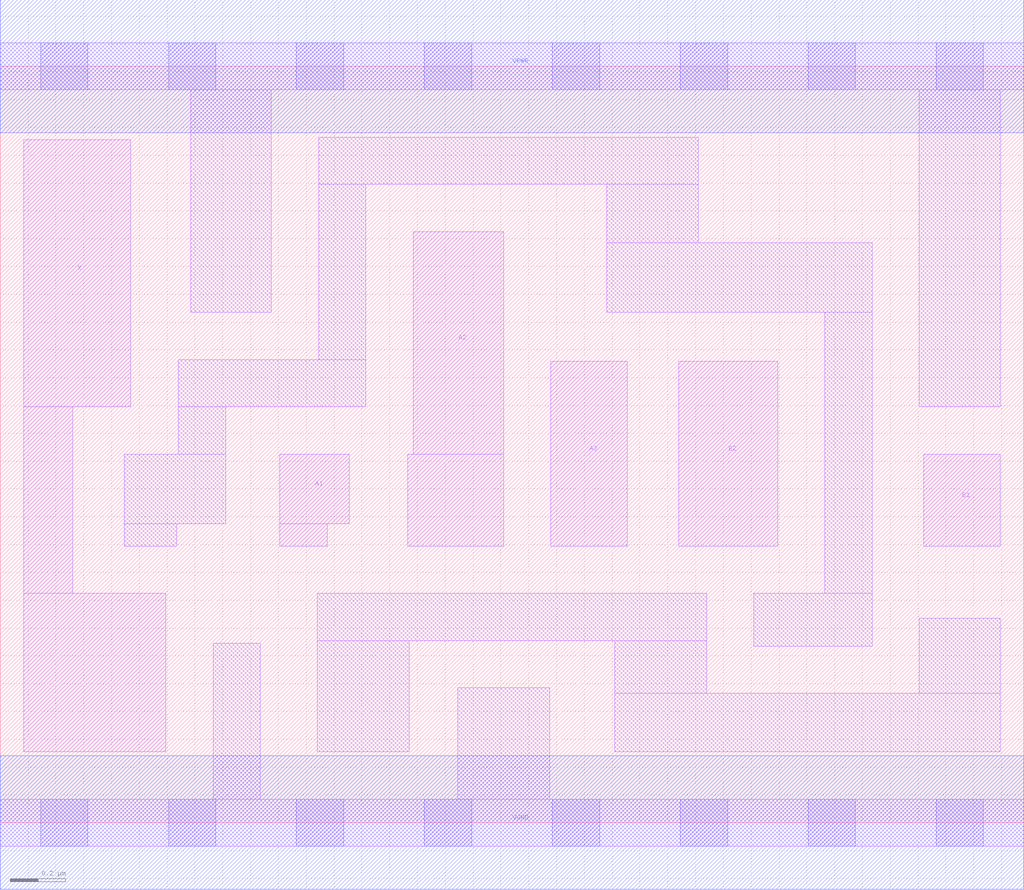
<source format=lef>
# Copyright 2020 The SkyWater PDK Authors
#
# Licensed under the Apache License, Version 2.0 (the "License");
# you may not use this file except in compliance with the License.
# You may obtain a copy of the License at
#
#     https://www.apache.org/licenses/LICENSE-2.0
#
# Unless required by applicable law or agreed to in writing, software
# distributed under the License is distributed on an "AS IS" BASIS,
# WITHOUT WARRANTIES OR CONDITIONS OF ANY KIND, either express or implied.
# See the License for the specific language governing permissions and
# limitations under the License.
#
# SPDX-License-Identifier: Apache-2.0

VERSION 5.7 ;
  NAMESCASESENSITIVE ON ;
  NOWIREEXTENSIONATPIN ON ;
  DIVIDERCHAR "/" ;
  BUSBITCHARS "[]" ;
UNITS
  DATABASE MICRONS 200 ;
END UNITS
MACRO sky130_fd_sc_hd__o32a_1
  CLASS CORE ;
  SOURCE USER ;
  FOREIGN sky130_fd_sc_hd__o32a_1 ;
  ORIGIN  0.000000  0.000000 ;
  SIZE  3.680000 BY  2.720000 ;
  SYMMETRY X Y R90 ;
  SITE unithd ;
  PIN A1
    ANTENNAGATEAREA  0.247500 ;
    DIRECTION INPUT ;
    USE SIGNAL ;
    PORT
      LAYER li1 ;
        RECT 1.005000 0.995000 1.175000 1.075000 ;
        RECT 1.005000 1.075000 1.255000 1.325000 ;
    END
  END A1
  PIN A2
    ANTENNAGATEAREA  0.247500 ;
    DIRECTION INPUT ;
    USE SIGNAL ;
    PORT
      LAYER li1 ;
        RECT 1.465000 0.995000 1.810000 1.325000 ;
        RECT 1.485000 1.325000 1.810000 2.125000 ;
    END
  END A2
  PIN A3
    ANTENNAGATEAREA  0.247500 ;
    DIRECTION INPUT ;
    USE SIGNAL ;
    PORT
      LAYER li1 ;
        RECT 1.980000 0.995000 2.255000 1.660000 ;
    END
  END A3
  PIN B1
    ANTENNAGATEAREA  0.247500 ;
    DIRECTION INPUT ;
    USE SIGNAL ;
    PORT
      LAYER li1 ;
        RECT 3.320000 0.995000 3.595000 1.325000 ;
    END
  END B1
  PIN B2
    ANTENNAGATEAREA  0.247500 ;
    DIRECTION INPUT ;
    USE SIGNAL ;
    PORT
      LAYER li1 ;
        RECT 2.440000 0.995000 2.795000 1.660000 ;
    END
  END B2
  PIN X
    ANTENNADIFFAREA  0.504000 ;
    DIRECTION OUTPUT ;
    USE SIGNAL ;
    PORT
      LAYER li1 ;
        RECT 0.085000 0.255000 0.595000 0.825000 ;
        RECT 0.085000 0.825000 0.260000 1.495000 ;
        RECT 0.085000 1.495000 0.470000 2.455000 ;
    END
  END X
  PIN VGND
    DIRECTION INOUT ;
    SHAPE ABUTMENT ;
    USE GROUND ;
    PORT
      LAYER met1 ;
        RECT 0.000000 -0.240000 3.680000 0.240000 ;
    END
  END VGND
  PIN VPWR
    DIRECTION INOUT ;
    SHAPE ABUTMENT ;
    USE POWER ;
    PORT
      LAYER met1 ;
        RECT 0.000000 2.480000 3.680000 2.960000 ;
    END
  END VPWR
  OBS
    LAYER li1 ;
      RECT 0.000000 -0.085000 3.680000 0.085000 ;
      RECT 0.000000  2.635000 3.680000 2.805000 ;
      RECT 0.445000  0.995000 0.635000 1.075000 ;
      RECT 0.445000  1.075000 0.810000 1.325000 ;
      RECT 0.640000  1.325000 0.810000 1.495000 ;
      RECT 0.640000  1.495000 1.315000 1.665000 ;
      RECT 0.685000  1.835000 0.975000 2.635000 ;
      RECT 0.765000  0.085000 0.935000 0.645000 ;
      RECT 1.140000  0.255000 1.470000 0.655000 ;
      RECT 1.140000  0.655000 2.540000 0.825000 ;
      RECT 1.145000  1.665000 1.315000 2.295000 ;
      RECT 1.145000  2.295000 2.510000 2.465000 ;
      RECT 1.645000  0.085000 1.975000 0.485000 ;
      RECT 2.180000  1.835000 3.135000 2.085000 ;
      RECT 2.180000  2.085000 2.510000 2.295000 ;
      RECT 2.210000  0.255000 3.595000 0.465000 ;
      RECT 2.210000  0.465000 2.540000 0.655000 ;
      RECT 2.710000  0.635000 3.135000 0.825000 ;
      RECT 2.965000  0.825000 3.135000 1.835000 ;
      RECT 3.305000  0.465000 3.595000 0.735000 ;
      RECT 3.305000  1.495000 3.595000 2.635000 ;
    LAYER mcon ;
      RECT 0.145000 -0.085000 0.315000 0.085000 ;
      RECT 0.145000  2.635000 0.315000 2.805000 ;
      RECT 0.605000 -0.085000 0.775000 0.085000 ;
      RECT 0.605000  2.635000 0.775000 2.805000 ;
      RECT 1.065000 -0.085000 1.235000 0.085000 ;
      RECT 1.065000  2.635000 1.235000 2.805000 ;
      RECT 1.525000 -0.085000 1.695000 0.085000 ;
      RECT 1.525000  2.635000 1.695000 2.805000 ;
      RECT 1.985000 -0.085000 2.155000 0.085000 ;
      RECT 1.985000  2.635000 2.155000 2.805000 ;
      RECT 2.445000 -0.085000 2.615000 0.085000 ;
      RECT 2.445000  2.635000 2.615000 2.805000 ;
      RECT 2.905000 -0.085000 3.075000 0.085000 ;
      RECT 2.905000  2.635000 3.075000 2.805000 ;
      RECT 3.365000 -0.085000 3.535000 0.085000 ;
      RECT 3.365000  2.635000 3.535000 2.805000 ;
  END
END sky130_fd_sc_hd__o32a_1

</source>
